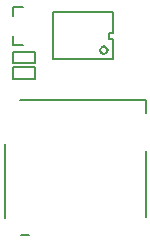
<source format=gbo>
%FSLAX44Y44*%
%MOMM*%
G71*
G01*
G75*
%ADD10C,0.2032*%
%ADD11R,1.2000X2.2500*%
%ADD12R,0.5200X0.4200*%
%ADD13R,0.4200X0.5200*%
%ADD14R,7.1500X7.1500*%
%ADD15O,0.7620X0.2286*%
%ADD16O,0.2286X0.7620*%
%ADD17R,0.6604X0.7112*%
%ADD18R,1.1430X1.2700*%
%ADD19R,1.3208X0.9652*%
%ADD20C,0.3810*%
%ADD21C,0.1524*%
%ADD22C,0.2540*%
%ADD23C,0.5080*%
%ADD24C,1.2000*%
%ADD25C,3.2000*%
%ADD26C,0.6604*%
%ADD27R,1.1430X0.8128*%
%ADD28R,1.0668X0.8128*%
%ADD29R,1.3970X0.8636*%
%ADD30R,0.7620X1.4732*%
%ADD31R,0.9144X1.4732*%
%ADD32R,1.4224X1.4224*%
%ADD33R,0.7620X1.3716*%
%ADD34R,1.0668X1.5240*%
%ADD35R,0.6096X1.7272*%
%ADD36R,0.5588X1.7272*%
%ADD37O,0.3302X1.3208*%
%ADD38C,0.1778*%
%ADD39C,0.1520*%
D10*
X2569646Y2067066D02*
X2568754Y2069222D01*
X2566598Y2070114D01*
X2564443Y2069222D01*
X2563550Y2067066D01*
X2564443Y2064911D01*
X2566598Y2064019D01*
X2568754Y2064911D01*
X2569646Y2067066D01*
X2523673Y2059193D02*
Y2099198D01*
Y2059193D02*
X2574600D01*
Y2076591D01*
X2571298D02*
X2574600D01*
X2571298D02*
Y2081926D01*
X2574600D01*
Y2099198D01*
X2523673D02*
X2574600D01*
D21*
X2489647Y2052589D02*
X2508316D01*
X2489647Y2042809D02*
Y2052589D01*
Y2042809D02*
X2508316D01*
Y2052589D01*
Y2055764D02*
Y2065542D01*
X2489647Y2055764D02*
X2508316D01*
X2489647D02*
Y2065542D01*
X2508316D01*
D38*
X2489647Y2071765D02*
Y2079386D01*
Y2071765D02*
X2498029D01*
X2489647Y2103515D02*
X2498029D01*
X2489647Y2095896D02*
Y2103515D01*
X2496251Y1910349D02*
X2503490D01*
X2482535Y1925208D02*
Y1987565D01*
X2495489Y2025029D02*
X2601915D01*
Y2013981D02*
Y2025029D01*
X2602042Y1926096D02*
Y1981469D01*
M02*

</source>
